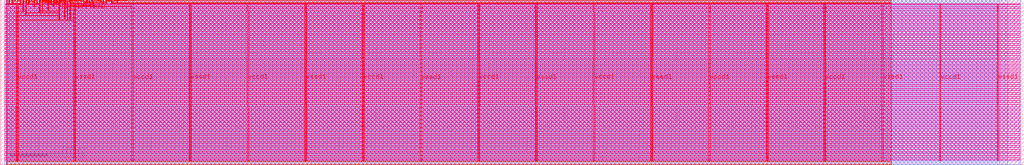
<source format=lef>
VERSION 5.7 ;
  NOWIREEXTENSIONATPIN ON ;
  DIVIDERCHAR "/" ;
  BUSBITCHARS "[]" ;
MACRO tt_um_as1802
  CLASS BLOCK ;
  FOREIGN tt_um_as1802 ;
  ORIGIN 0.000 0.000 ;
  SIZE 1362.520 BY 220.320 ;
  PIN clk
    DIRECTION INPUT ;
    USE SIGNAL ;
    PORT
      LAYER met4 ;
        RECT 158.550 219.150 158.850 220.320 ;
    END
  END clk
  PIN ena
    DIRECTION INPUT ;
    USE SIGNAL ;
    PORT
      LAYER met4 ;
        RECT 162.230 219.320 162.530 220.320 ;
    END
  END ena
  PIN rst_n
    DIRECTION INPUT ;
    USE SIGNAL ;
    PORT
      LAYER met4 ;
        RECT 154.870 216.740 155.170 220.320 ;
    END
  END rst_n
  PIN ui_in[0]
    DIRECTION INPUT ;
    USE SIGNAL ;
    PORT
      LAYER met4 ;
        RECT 151.190 218.780 151.490 220.320 ;
    END
  END ui_in[0]
  PIN ui_in[1]
    DIRECTION INPUT ;
    USE SIGNAL ;
    PORT
      LAYER met4 ;
        RECT 147.510 215.380 147.810 220.320 ;
    END
  END ui_in[1]
  PIN ui_in[2]
    DIRECTION INPUT ;
    USE SIGNAL ;
    PORT
      LAYER met4 ;
        RECT 143.830 218.780 144.130 220.320 ;
    END
  END ui_in[2]
  PIN ui_in[3]
    DIRECTION INPUT ;
    USE SIGNAL ;
    PORT
      LAYER met4 ;
        RECT 140.150 215.380 140.450 220.320 ;
    END
  END ui_in[3]
  PIN ui_in[4]
    DIRECTION INPUT ;
    USE SIGNAL ;
    PORT
      LAYER met4 ;
        RECT 136.470 214.020 136.770 220.320 ;
    END
  END ui_in[4]
  PIN ui_in[5]
    DIRECTION INPUT ;
    USE SIGNAL ;
    PORT
      LAYER met4 ;
        RECT 132.790 216.740 133.090 220.320 ;
    END
  END ui_in[5]
  PIN ui_in[6]
    DIRECTION INPUT ;
    USE SIGNAL ;
    PORT
      LAYER met4 ;
        RECT 129.110 219.320 129.410 220.320 ;
    END
  END ui_in[6]
  PIN ui_in[7]
    DIRECTION INPUT ;
    USE SIGNAL ;
    PORT
      LAYER met4 ;
        RECT 125.430 219.320 125.730 220.320 ;
    END
  END ui_in[7]
  PIN uio_in[0]
    DIRECTION INPUT ;
    USE SIGNAL ;
    PORT
      LAYER met4 ;
        RECT 121.750 214.020 122.050 220.320 ;
    END
  END uio_in[0]
  PIN uio_in[1]
    DIRECTION INPUT ;
    USE SIGNAL ;
    PORT
      LAYER met4 ;
        RECT 118.070 214.020 118.370 220.320 ;
    END
  END uio_in[1]
  PIN uio_in[2]
    DIRECTION INPUT ;
    USE SIGNAL ;
    PORT
      LAYER met4 ;
        RECT 114.390 217.420 114.690 220.320 ;
    END
  END uio_in[2]
  PIN uio_in[3]
    DIRECTION INPUT ;
    USE SIGNAL ;
    PORT
      LAYER met4 ;
        RECT 110.710 211.980 111.010 220.320 ;
    END
  END uio_in[3]
  PIN uio_in[4]
    DIRECTION INPUT ;
    USE SIGNAL ;
    PORT
      LAYER met4 ;
        RECT 107.030 219.320 107.330 220.320 ;
    END
  END uio_in[4]
  PIN uio_in[5]
    DIRECTION INPUT ;
    USE SIGNAL ;
    PORT
      LAYER met4 ;
        RECT 103.350 219.320 103.650 220.320 ;
    END
  END uio_in[5]
  PIN uio_in[6]
    DIRECTION INPUT ;
    USE SIGNAL ;
    PORT
      LAYER met4 ;
        RECT 99.670 219.320 99.970 220.320 ;
    END
  END uio_in[6]
  PIN uio_in[7]
    DIRECTION INPUT ;
    USE SIGNAL ;
    PORT
      LAYER met4 ;
        RECT 95.990 219.320 96.290 220.320 ;
    END
  END uio_in[7]
  PIN uio_oe[0]
    DIRECTION OUTPUT TRISTATE ;
    USE SIGNAL ;
    PORT
      LAYER met4 ;
        RECT 33.430 199.740 33.730 220.320 ;
    END
  END uio_oe[0]
  PIN uio_oe[1]
    DIRECTION OUTPUT TRISTATE ;
    USE SIGNAL ;
    PORT
      LAYER met4 ;
        RECT 29.750 204.500 30.050 220.320 ;
    END
  END uio_oe[1]
  PIN uio_oe[2]
    DIRECTION OUTPUT TRISTATE ;
    USE SIGNAL ;
    PORT
      LAYER met4 ;
        RECT 26.070 214.700 26.370 220.320 ;
    END
  END uio_oe[2]
  PIN uio_oe[3]
    DIRECTION OUTPUT TRISTATE ;
    USE SIGNAL ;
    PORT
      LAYER met4 ;
        RECT 22.390 218.780 22.690 220.320 ;
    END
  END uio_oe[3]
  PIN uio_oe[4]
    DIRECTION OUTPUT TRISTATE ;
    USE SIGNAL ;
    PORT
      LAYER met4 ;
        RECT 18.710 218.780 19.010 220.320 ;
    END
  END uio_oe[4]
  PIN uio_oe[5]
    DIRECTION OUTPUT TRISTATE ;
    USE SIGNAL ;
    PORT
      LAYER met4 ;
        RECT 15.030 214.700 15.330 220.320 ;
    END
  END uio_oe[5]
  PIN uio_oe[6]
    DIRECTION OUTPUT TRISTATE ;
    USE SIGNAL ;
    PORT
      LAYER met4 ;
        RECT 11.350 214.700 11.650 220.320 ;
    END
  END uio_oe[6]
  PIN uio_oe[7]
    DIRECTION OUTPUT TRISTATE ;
    USE SIGNAL ;
    PORT
      LAYER met4 ;
        RECT 7.670 214.700 7.970 220.320 ;
    END
  END uio_oe[7]
  PIN uio_out[0]
    DIRECTION OUTPUT TRISTATE ;
    USE SIGNAL ;
    PORT
      LAYER met4 ;
        RECT 62.870 205.860 63.170 220.320 ;
    END
  END uio_out[0]
  PIN uio_out[1]
    DIRECTION OUTPUT TRISTATE ;
    USE SIGNAL ;
    PORT
      LAYER met4 ;
        RECT 59.190 218.780 59.490 220.320 ;
    END
  END uio_out[1]
  PIN uio_out[2]
    DIRECTION OUTPUT TRISTATE ;
    USE SIGNAL ;
    PORT
      LAYER met4 ;
        RECT 55.510 205.180 55.810 220.320 ;
    END
  END uio_out[2]
  PIN uio_out[3]
    DIRECTION OUTPUT TRISTATE ;
    USE SIGNAL ;
    PORT
      LAYER met4 ;
        RECT 51.830 203.140 52.130 220.320 ;
    END
  END uio_out[3]
  PIN uio_out[4]
    DIRECTION OUTPUT TRISTATE ;
    USE SIGNAL ;
    PORT
      LAYER met4 ;
        RECT 48.150 214.700 48.450 220.320 ;
    END
  END uio_out[4]
  PIN uio_out[5]
    DIRECTION OUTPUT TRISTATE ;
    USE SIGNAL ;
    PORT
      LAYER met4 ;
        RECT 44.470 211.300 44.770 220.320 ;
    END
  END uio_out[5]
  PIN uio_out[6]
    DIRECTION OUTPUT TRISTATE ;
    USE SIGNAL ;
    PORT
      LAYER met4 ;
        RECT 40.790 218.780 41.090 220.320 ;
    END
  END uio_out[6]
  PIN uio_out[7]
    DIRECTION OUTPUT TRISTATE ;
    USE SIGNAL ;
    PORT
      LAYER met4 ;
        RECT 37.110 214.700 37.410 220.320 ;
    END
  END uio_out[7]
  PIN uo_out[0]
    DIRECTION OUTPUT TRISTATE ;
    USE SIGNAL ;
    PORT
      LAYER met4 ;
        RECT 92.310 193.620 92.610 220.320 ;
    END
  END uo_out[0]
  PIN uo_out[1]
    DIRECTION OUTPUT TRISTATE ;
    USE SIGNAL ;
    PORT
      LAYER met4 ;
        RECT 88.630 193.620 88.930 220.320 ;
    END
  END uo_out[1]
  PIN uo_out[2]
    DIRECTION OUTPUT TRISTATE ;
    USE SIGNAL ;
    PORT
      LAYER met4 ;
        RECT 84.950 194.980 85.250 220.320 ;
    END
  END uo_out[2]
  PIN uo_out[3]
    DIRECTION OUTPUT TRISTATE ;
    USE SIGNAL ;
    PORT
      LAYER met4 ;
        RECT 81.270 218.780 81.570 220.320 ;
    END
  END uo_out[3]
  PIN uo_out[4]
    DIRECTION OUTPUT TRISTATE ;
    USE SIGNAL ;
    PORT
      LAYER met4 ;
        RECT 77.590 193.620 77.890 220.320 ;
    END
  END uo_out[4]
  PIN uo_out[5]
    DIRECTION OUTPUT TRISTATE ;
    USE SIGNAL ;
    PORT
      LAYER met4 ;
        RECT 73.910 214.700 74.210 220.320 ;
    END
  END uo_out[5]
  PIN uo_out[6]
    DIRECTION OUTPUT TRISTATE ;
    USE SIGNAL ;
    PORT
      LAYER met4 ;
        RECT 70.230 211.300 70.530 220.320 ;
    END
  END uo_out[6]
  PIN uo_out[7]
    DIRECTION OUTPUT TRISTATE ;
    USE SIGNAL ;
    PORT
      LAYER met4 ;
        RECT 66.550 214.700 66.850 220.320 ;
    END
  END uo_out[7]
  PIN vccd1
    DIRECTION INOUT ;
    USE POWER ;
    PORT
      LAYER met4 ;
        RECT 21.040 5.200 22.640 215.120 ;
    END
    PORT
      LAYER met4 ;
        RECT 174.640 5.200 176.240 215.120 ;
    END
    PORT
      LAYER met4 ;
        RECT 328.240 5.200 329.840 215.120 ;
    END
    PORT
      LAYER met4 ;
        RECT 481.840 5.200 483.440 215.120 ;
    END
    PORT
      LAYER met4 ;
        RECT 635.440 5.200 637.040 215.120 ;
    END
    PORT
      LAYER met4 ;
        RECT 789.040 5.200 790.640 215.120 ;
    END
    PORT
      LAYER met4 ;
        RECT 942.640 5.200 944.240 215.120 ;
    END
    PORT
      LAYER met4 ;
        RECT 1096.240 5.200 1097.840 215.120 ;
    END
    PORT
      LAYER met4 ;
        RECT 1249.840 5.200 1251.440 215.120 ;
    END
  END vccd1
  PIN vssd1
    DIRECTION INOUT ;
    USE GROUND ;
    PORT
      LAYER met4 ;
        RECT 97.840 5.200 99.440 215.120 ;
    END
    PORT
      LAYER met4 ;
        RECT 251.440 5.200 253.040 215.120 ;
    END
    PORT
      LAYER met4 ;
        RECT 405.040 5.200 406.640 215.120 ;
    END
    PORT
      LAYER met4 ;
        RECT 558.640 5.200 560.240 215.120 ;
    END
    PORT
      LAYER met4 ;
        RECT 712.240 5.200 713.840 215.120 ;
    END
    PORT
      LAYER met4 ;
        RECT 865.840 5.200 867.440 215.120 ;
    END
    PORT
      LAYER met4 ;
        RECT 1019.440 5.200 1021.040 215.120 ;
    END
    PORT
      LAYER met4 ;
        RECT 1173.040 5.200 1174.640 215.120 ;
    END
    PORT
      LAYER met4 ;
        RECT 1326.640 5.200 1328.240 215.120 ;
    END
  END vssd1
  OBS
      LAYER nwell ;
        RECT 5.330 213.465 1357.190 215.070 ;
        RECT 5.330 208.025 1357.190 210.855 ;
        RECT 5.330 202.585 1357.190 205.415 ;
        RECT 5.330 197.145 1357.190 199.975 ;
        RECT 5.330 191.705 1357.190 194.535 ;
        RECT 5.330 186.265 1357.190 189.095 ;
        RECT 5.330 180.825 1357.190 183.655 ;
        RECT 5.330 175.385 1357.190 178.215 ;
        RECT 5.330 169.945 1357.190 172.775 ;
        RECT 5.330 164.505 1357.190 167.335 ;
        RECT 5.330 159.065 1357.190 161.895 ;
        RECT 5.330 153.625 1357.190 156.455 ;
        RECT 5.330 148.185 1357.190 151.015 ;
        RECT 5.330 142.745 1357.190 145.575 ;
        RECT 5.330 137.305 1357.190 140.135 ;
        RECT 5.330 131.865 1357.190 134.695 ;
        RECT 5.330 126.425 1357.190 129.255 ;
        RECT 5.330 120.985 1357.190 123.815 ;
        RECT 5.330 115.545 1357.190 118.375 ;
        RECT 5.330 110.105 1357.190 112.935 ;
        RECT 5.330 104.665 1357.190 107.495 ;
        RECT 5.330 99.225 1357.190 102.055 ;
        RECT 5.330 93.785 1357.190 96.615 ;
        RECT 5.330 88.345 1357.190 91.175 ;
        RECT 5.330 82.905 1357.190 85.735 ;
        RECT 5.330 77.465 1357.190 80.295 ;
        RECT 5.330 72.025 1357.190 74.855 ;
        RECT 5.330 66.585 1357.190 69.415 ;
        RECT 5.330 61.145 1357.190 63.975 ;
        RECT 5.330 55.705 1357.190 58.535 ;
        RECT 5.330 50.265 1357.190 53.095 ;
        RECT 5.330 44.825 1357.190 47.655 ;
        RECT 5.330 39.385 1357.190 42.215 ;
        RECT 5.330 33.945 1357.190 36.775 ;
        RECT 5.330 28.505 1357.190 31.335 ;
        RECT 5.330 23.065 1357.190 25.895 ;
        RECT 5.330 17.625 1357.190 20.455 ;
        RECT 5.330 12.185 1357.190 15.015 ;
        RECT 5.330 6.745 1357.190 9.575 ;
      LAYER li1 ;
        RECT 5.520 5.355 1357.000 214.965 ;
      LAYER met1 ;
        RECT 5.520 0.040 1357.000 220.280 ;
      LAYER met2 ;
        RECT 8.830 0.010 1340.800 220.310 ;
      LAYER met3 ;
        RECT 7.630 0.175 1329.795 220.145 ;
      LAYER met4 ;
        RECT 8.370 214.300 10.950 220.145 ;
        RECT 12.050 214.300 14.630 220.145 ;
        RECT 15.730 218.380 18.310 220.145 ;
        RECT 19.410 218.380 21.990 220.145 ;
        RECT 23.090 218.380 25.670 220.145 ;
        RECT 15.730 215.520 25.670 218.380 ;
        RECT 15.730 214.300 20.640 215.520 ;
        RECT 7.655 4.800 20.640 214.300 ;
        RECT 23.040 214.300 25.670 215.520 ;
        RECT 26.770 214.300 29.350 220.145 ;
        RECT 23.040 204.100 29.350 214.300 ;
        RECT 30.450 204.100 33.030 220.145 ;
        RECT 23.040 199.340 33.030 204.100 ;
        RECT 34.130 214.300 36.710 220.145 ;
        RECT 37.810 218.380 40.390 220.145 ;
        RECT 41.490 218.380 44.070 220.145 ;
        RECT 37.810 214.300 44.070 218.380 ;
        RECT 34.130 210.900 44.070 214.300 ;
        RECT 45.170 214.300 47.750 220.145 ;
        RECT 48.850 214.300 51.430 220.145 ;
        RECT 45.170 210.900 51.430 214.300 ;
        RECT 34.130 202.740 51.430 210.900 ;
        RECT 52.530 204.780 55.110 220.145 ;
        RECT 56.210 218.380 58.790 220.145 ;
        RECT 59.890 218.380 62.470 220.145 ;
        RECT 56.210 205.460 62.470 218.380 ;
        RECT 63.570 214.300 66.150 220.145 ;
        RECT 67.250 214.300 69.830 220.145 ;
        RECT 63.570 210.900 69.830 214.300 ;
        RECT 70.930 214.300 73.510 220.145 ;
        RECT 74.610 214.300 77.190 220.145 ;
        RECT 70.930 210.900 77.190 214.300 ;
        RECT 63.570 205.460 77.190 210.900 ;
        RECT 56.210 204.780 77.190 205.460 ;
        RECT 52.530 202.740 77.190 204.780 ;
        RECT 34.130 199.340 77.190 202.740 ;
        RECT 23.040 193.220 77.190 199.340 ;
        RECT 78.290 218.380 80.870 220.145 ;
        RECT 81.970 218.380 84.550 220.145 ;
        RECT 78.290 194.580 84.550 218.380 ;
        RECT 85.650 194.580 88.230 220.145 ;
        RECT 78.290 193.220 88.230 194.580 ;
        RECT 89.330 193.220 91.910 220.145 ;
        RECT 93.010 218.920 95.590 220.145 ;
        RECT 96.690 218.920 99.270 220.145 ;
        RECT 100.370 218.920 102.950 220.145 ;
        RECT 104.050 218.920 106.630 220.145 ;
        RECT 107.730 218.920 110.310 220.145 ;
        RECT 93.010 215.520 110.310 218.920 ;
        RECT 93.010 193.220 97.440 215.520 ;
        RECT 23.040 4.800 97.440 193.220 ;
        RECT 99.840 211.580 110.310 215.520 ;
        RECT 111.410 217.020 113.990 220.145 ;
        RECT 115.090 217.020 117.670 220.145 ;
        RECT 111.410 213.620 117.670 217.020 ;
        RECT 118.770 213.620 121.350 220.145 ;
        RECT 122.450 218.920 125.030 220.145 ;
        RECT 126.130 218.920 128.710 220.145 ;
        RECT 129.810 218.920 132.390 220.145 ;
        RECT 122.450 216.340 132.390 218.920 ;
        RECT 133.490 216.340 136.070 220.145 ;
        RECT 122.450 213.620 136.070 216.340 ;
        RECT 137.170 214.980 139.750 220.145 ;
        RECT 140.850 218.380 143.430 220.145 ;
        RECT 144.530 218.380 147.110 220.145 ;
        RECT 140.850 214.980 147.110 218.380 ;
        RECT 148.210 218.380 150.790 220.145 ;
        RECT 151.890 218.380 154.470 220.145 ;
        RECT 148.210 216.340 154.470 218.380 ;
        RECT 155.570 218.750 158.150 220.145 ;
        RECT 159.250 218.920 161.830 220.145 ;
        RECT 162.930 218.920 1185.585 220.145 ;
        RECT 159.250 218.750 1185.585 218.920 ;
        RECT 155.570 216.340 1185.585 218.750 ;
        RECT 148.210 215.520 1185.585 216.340 ;
        RECT 148.210 214.980 174.240 215.520 ;
        RECT 137.170 213.620 174.240 214.980 ;
        RECT 111.410 211.580 174.240 213.620 ;
        RECT 99.840 4.800 174.240 211.580 ;
        RECT 176.640 4.800 251.040 215.520 ;
        RECT 253.440 4.800 327.840 215.520 ;
        RECT 330.240 4.800 404.640 215.520 ;
        RECT 407.040 4.800 481.440 215.520 ;
        RECT 483.840 4.800 558.240 215.520 ;
        RECT 560.640 4.800 635.040 215.520 ;
        RECT 637.440 4.800 711.840 215.520 ;
        RECT 714.240 4.800 788.640 215.520 ;
        RECT 791.040 4.800 865.440 215.520 ;
        RECT 867.840 4.800 942.240 215.520 ;
        RECT 944.640 4.800 1019.040 215.520 ;
        RECT 1021.440 4.800 1095.840 215.520 ;
        RECT 1098.240 4.800 1172.640 215.520 ;
        RECT 1175.040 4.800 1185.585 215.520 ;
        RECT 7.655 0.175 1185.585 4.800 ;
  END
END tt_um_as1802
END LIBRARY


</source>
